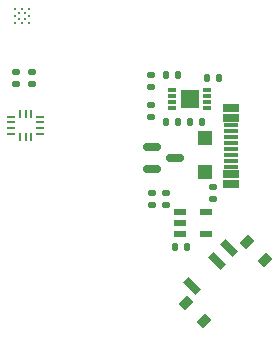
<source format=gtp>
G04 #@! TF.GenerationSoftware,KiCad,Pcbnew,9.0.1*
G04 #@! TF.CreationDate,2025-10-21T12:51:46+03:00*
G04 #@! TF.ProjectId,Twyst-Hardware,54777973-742d-4486-9172-64776172652e,rev?*
G04 #@! TF.SameCoordinates,Original*
G04 #@! TF.FileFunction,Paste,Top*
G04 #@! TF.FilePolarity,Positive*
%FSLAX46Y46*%
G04 Gerber Fmt 4.6, Leading zero omitted, Abs format (unit mm)*
G04 Created by KiCad (PCBNEW 9.0.1) date 2025-10-21 12:51:46*
%MOMM*%
%LPD*%
G01*
G04 APERTURE LIST*
G04 Aperture macros list*
%AMRoundRect*
0 Rectangle with rounded corners*
0 $1 Rounding radius*
0 $2 $3 $4 $5 $6 $7 $8 $9 X,Y pos of 4 corners*
0 Add a 4 corners polygon primitive as box body*
4,1,4,$2,$3,$4,$5,$6,$7,$8,$9,$2,$3,0*
0 Add four circle primitives for the rounded corners*
1,1,$1+$1,$2,$3*
1,1,$1+$1,$4,$5*
1,1,$1+$1,$6,$7*
1,1,$1+$1,$8,$9*
0 Add four rect primitives between the rounded corners*
20,1,$1+$1,$2,$3,$4,$5,0*
20,1,$1+$1,$4,$5,$6,$7,0*
20,1,$1+$1,$6,$7,$8,$9,0*
20,1,$1+$1,$8,$9,$2,$3,0*%
%AMRotRect*
0 Rectangle, with rotation*
0 The origin of the aperture is its center*
0 $1 length*
0 $2 width*
0 $3 Rotation angle, in degrees counterclockwise*
0 Add horizontal line*
21,1,$1,$2,0,0,$3*%
%AMFreePoly0*
4,1,13,0.335355,0.685355,0.350000,0.650000,0.350000,-0.650000,0.335355,-0.685355,0.300000,-0.700000,-0.300000,-0.700000,-0.335355,-0.685355,-0.350000,-0.650000,-0.350000,0.650000,-0.335355,0.685355,-0.300000,0.700000,0.300000,0.700000,0.335355,0.685355,0.335355,0.685355,$1*%
G04 Aperture macros list end*
%ADD10R,0.680000X0.280000*%
%ADD11R,0.280000X0.680000*%
%ADD12RoundRect,0.140000X0.170000X-0.140000X0.170000X0.140000X-0.170000X0.140000X-0.170000X-0.140000X0*%
%ADD13FreePoly0,90.000000*%
%ADD14R,1.300000X0.300000*%
%ADD15R,1.000000X0.600000*%
%ADD16C,0.200000*%
%ADD17RoundRect,0.140000X-0.140000X-0.170000X0.140000X-0.170000X0.140000X0.170000X-0.140000X0.170000X0*%
%ADD18RoundRect,0.147500X0.147500X0.172500X-0.147500X0.172500X-0.147500X-0.172500X0.147500X-0.172500X0*%
%ADD19RoundRect,0.140000X0.140000X0.170000X-0.140000X0.170000X-0.140000X-0.170000X0.140000X-0.170000X0*%
%ADD20RotRect,1.000000X0.800000X45.000000*%
%ADD21RotRect,0.700000X1.500000X45.000000*%
%ADD22RoundRect,0.147500X-0.147500X-0.172500X0.147500X-0.172500X0.147500X0.172500X-0.147500X0.172500X0*%
%ADD23R,0.750000X0.300000*%
%ADD24R,1.600000X1.600000*%
%ADD25R,1.200000X1.200000*%
%ADD26RoundRect,0.150000X-0.587500X-0.150000X0.587500X-0.150000X0.587500X0.150000X-0.587500X0.150000X0*%
%ADD27RoundRect,0.140000X-0.170000X0.140000X-0.170000X-0.140000X0.170000X-0.140000X0.170000X0.140000X0*%
G04 APERTURE END LIST*
D10*
G04 #@! TO.C,U4*
X143312000Y-102500000D03*
X143312000Y-103000000D03*
X143312000Y-103500000D03*
X143312000Y-104000000D03*
D11*
X144072000Y-104260000D03*
X144572000Y-104260000D03*
X145072000Y-104260000D03*
D10*
X145832000Y-104000000D03*
X145832000Y-103500000D03*
X145832000Y-103000000D03*
X145832000Y-102500000D03*
D11*
X145072000Y-102240000D03*
X144572000Y-102240000D03*
X144072000Y-102240000D03*
G04 #@! TD*
D12*
G04 #@! TO.C,R6*
X143750000Y-99750000D03*
X143750000Y-98750000D03*
G04 #@! TD*
G04 #@! TO.C,R7*
X145100000Y-99750000D03*
X145100000Y-98750000D03*
G04 #@! TD*
D13*
G04 #@! TO.C,USBC1*
X162000000Y-108200000D03*
X162000000Y-107400000D03*
D14*
X162000000Y-106250000D03*
X162000000Y-105250000D03*
X162000000Y-104750000D03*
X162000000Y-103750000D03*
D13*
X162000000Y-101800000D03*
X162000000Y-102600000D03*
D14*
X162000000Y-103250000D03*
X162000000Y-104250000D03*
X162000000Y-105750000D03*
X162000000Y-106750000D03*
G04 #@! TD*
D15*
G04 #@! TO.C,U2*
X157650000Y-110550000D03*
X157650000Y-111500000D03*
X157650000Y-112450000D03*
X159850000Y-112450000D03*
X159850000Y-110550000D03*
G04 #@! TD*
D16*
G04 #@! TO.C,U5*
X144850000Y-93430000D03*
X144850000Y-94000000D03*
X144850000Y-94570000D03*
X144560000Y-93720000D03*
X144560000Y-94280000D03*
X144280000Y-93430000D03*
X144280000Y-94570000D03*
X144000000Y-93720000D03*
X144000000Y-94280000D03*
X143710000Y-93430000D03*
X143710000Y-94000000D03*
X143710000Y-94570000D03*
G04 #@! TD*
D17*
G04 #@! TO.C,C3*
X157250000Y-113500000D03*
X158250000Y-113500000D03*
G04 #@! TD*
D18*
G04 #@! TO.C,D1*
X157455000Y-99000000D03*
X156485000Y-99000000D03*
G04 #@! TD*
D19*
G04 #@! TO.C,R2*
X157470000Y-103000000D03*
X156470000Y-103000000D03*
G04 #@! TD*
D20*
G04 #@! TO.C,SW1*
X158117517Y-118279396D03*
X159680223Y-119842102D03*
X163279396Y-113117517D03*
X164842102Y-114680223D03*
D21*
X158647847Y-116829828D03*
X160769167Y-114708507D03*
X161829828Y-113647847D03*
G04 #@! TD*
D22*
G04 #@! TO.C,D2*
X158500000Y-103000000D03*
X159470000Y-103000000D03*
G04 #@! TD*
D12*
G04 #@! TO.C,R3*
X155220000Y-102500000D03*
X155220000Y-101500000D03*
G04 #@! TD*
D23*
G04 #@! TO.C,U1*
X159970000Y-101750000D03*
X159970000Y-101250000D03*
X159970000Y-100750000D03*
X159970000Y-100250000D03*
X156970000Y-100250000D03*
X156970000Y-100750000D03*
X156970000Y-101250000D03*
X156970000Y-101750000D03*
D24*
X158470000Y-101000000D03*
G04 #@! TD*
D25*
G04 #@! TO.C,D3*
X159750000Y-107150000D03*
X159750000Y-104350000D03*
G04 #@! TD*
D26*
G04 #@! TO.C,Q1*
X155312500Y-105050000D03*
X155312500Y-106950000D03*
X157187500Y-106000000D03*
G04 #@! TD*
D12*
G04 #@! TO.C,C1*
X155250000Y-110000000D03*
X155250000Y-109000000D03*
G04 #@! TD*
D17*
G04 #@! TO.C,C2*
X159970000Y-99250000D03*
X160970000Y-99250000D03*
G04 #@! TD*
D27*
G04 #@! TO.C,R5*
X156500000Y-109000000D03*
X156500000Y-110000000D03*
G04 #@! TD*
D12*
G04 #@! TO.C,R1*
X160470000Y-109500000D03*
X160470000Y-108500000D03*
G04 #@! TD*
D27*
G04 #@! TO.C,R4*
X155220000Y-99000000D03*
X155220000Y-100000000D03*
G04 #@! TD*
M02*

</source>
